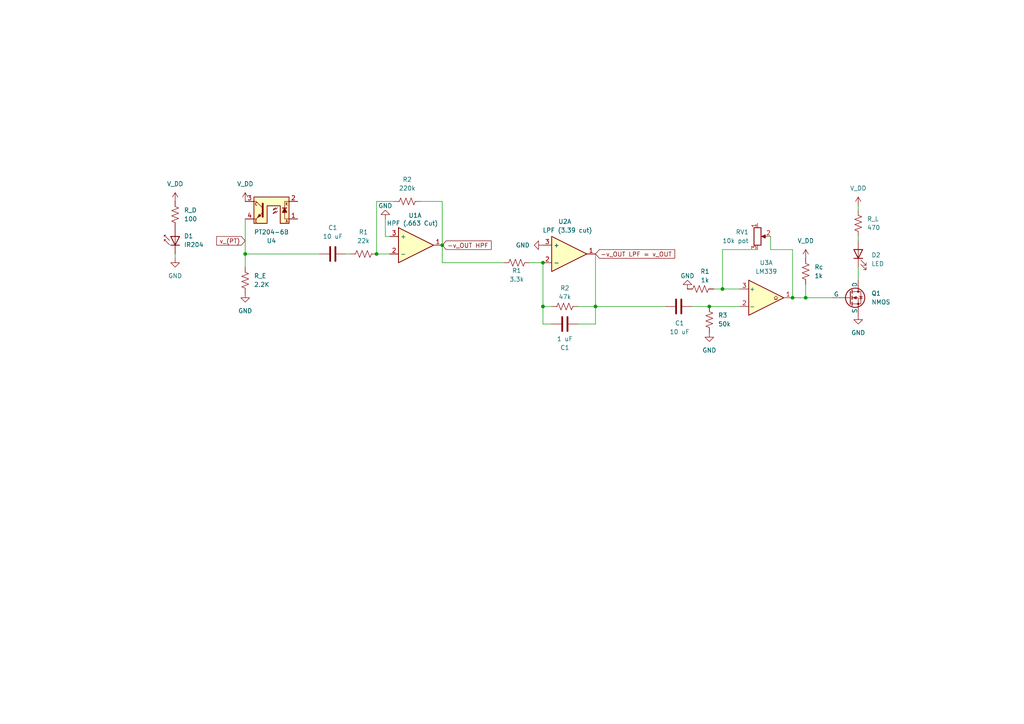
<source format=kicad_sch>
(kicad_sch (version 20231120) (generator "eeschema") (generator_version "8.0")
  (paper "A4")
  (lib_symbols
    (symbol "Comparator:LM393" (pin_names (offset 0.127))
      (property "Reference" "U" (at 3.81 3.81 0))
      (property "Value" "LM393" (at 6.35 -3.81 0))
      (symbol "LM393_1_1"
        (polyline (pts (xy -5.08 5.08) (xy 5.08 0) (xy -5.08 -5.08) (xy -5.08 5.08)) (stroke (width 0.254)) (fill (type background)))
        (polyline (pts (xy 3.302 -0.508) (xy 2.794 -0.508) (xy 3.302 0) (xy 2.794 0.508) (xy 2.286 0) (xy 2.794 -0.508) (xy 2.286 -0.508)) (stroke (width 0.127)))
        (pin open_collector line (at 7.62 0 180) (length 2.54) (name "~") (number "1"))
        (pin input line (at -7.62 -2.54 0) (length 2.54) (name "-") (number "2"))
        (pin input line (at -7.62 2.54 0) (length 2.54) (name "+") (number "3"))
      )
      (symbol "LM393_2_1"
        (polyline (pts (xy -5.08 5.08) (xy 5.08 0) (xy -5.08 -5.08) (xy -5.08 5.08)) (stroke (width 0.254)) (fill (type background)))
        (polyline (pts (xy 3.302 -0.508) (xy 2.794 -0.508) (xy 3.302 0) (xy 2.794 0.508) (xy 2.286 0) (xy 2.794 -0.508) (xy 2.286 -0.508)) (stroke (width 0.127)))
        (pin input line (at -7.62 2.54 0) (length 2.54) (name "+") (number "5"))
        (pin input line (at -7.62 -2.54 0) (length 2.54) (name "-") (number "6"))
        (pin open_collector line (at 7.62 0 180) (length 2.54) (name "~") (number "7"))
      )
      (symbol "LM393_3_1"
        (pin power_in line (at -2.54 -7.62 90) (length 3.81) (name "V-") (number "4"))
        (pin power_in line (at -2.54 7.62 270) (length 3.81) (name "V+") (number "8"))
      )
    )
    (symbol "Device:C" (pin_numbers hide) (pin_names (offset 0.254))
      (property "Reference" "C" (at 0.635 2.54 0))
      (property "Value" "C" (at 0.635 -2.54 0))
      (symbol "C_0_1"
        (polyline (pts (xy -2.032 -0.762) (xy 2.032 -0.762)) (stroke (width 0.508)))
        (polyline (pts (xy -2.032 0.762) (xy 2.032 0.762)) (stroke (width 0.508)))
      )
      (symbol "C_1_1"
        (pin passive line (at 0 3.81 270) (length 2.794) (name "~") (number "1"))
        (pin passive line (at 0 -3.81 90) (length 2.794) (name "~") (number "2"))
      )
    )
    (symbol "Device:LED" (pin_numbers hide) (pin_names (offset 1.016) hide)
      (property "Reference" "D" (at 0 2.54 0))
      (property "Value" "LED" (at 0 -2.54 0))
      (symbol "LED_0_1"
        (polyline (pts (xy -1.27 -1.27) (xy -1.27 1.27)) (stroke (width 0.254)))
        (polyline (pts (xy -1.27 0) (xy 1.27 0)))
        (polyline (pts (xy 1.27 -1.27) (xy 1.27 1.27) (xy -1.27 0) (xy 1.27 -1.27)) (stroke (width 0.254)))
        (polyline (pts (xy -3.048 -0.762) (xy -4.572 -2.286) (xy -3.81 -2.286) (xy -4.572 -2.286) (xy -4.572 -1.524)))
        (polyline (pts (xy -1.778 -0.762) (xy -3.302 -2.286) (xy -2.54 -2.286) (xy -3.302 -2.286) (xy -3.302 -1.524)))
      )
      (symbol "LED_1_1"
        (pin passive line (at -3.81 0 0) (length 2.54) (name "K") (number "1"))
        (pin passive line (at 3.81 0 180) (length 2.54) (name "A") (number "2"))
      )
    )
    (symbol "Device:Opamp_Dual"
      (property "Reference" "U" (at 0 5.08 0))
      (property "Value" "Opamp_Dual" (at 0 -5.08 0))
      (symbol "Opamp_Dual_1_1"
        (polyline (pts (xy -5.08 5.08) (xy 5.08 0) (xy -5.08 -5.08) (xy -5.08 5.08)) (stroke (width 0.254)) (fill (type background)))
        (pin output line (at 7.62 0 180) (length 2.54) (name "~") (number "1"))
        (pin input line (at -7.62 -2.54 0) (length 2.54) (name "-") (number "2"))
        (pin input line (at -7.62 2.54 0) (length 2.54) (name "+") (number "3"))
      )
      (symbol "Opamp_Dual_2_1"
        (polyline (pts (xy -5.08 5.08) (xy 5.08 0) (xy -5.08 -5.08) (xy -5.08 5.08)) (stroke (width 0.254)) (fill (type background)))
        (pin input line (at -7.62 2.54 0) (length 2.54) (name "+") (number "5"))
        (pin input line (at -7.62 -2.54 0) (length 2.54) (name "-") (number "6"))
        (pin output line (at 7.62 0 180) (length 2.54) (name "~") (number "7"))
      )
      (symbol "Opamp_Dual_3_1"
        (pin power_in line (at -2.54 -7.62 90) (length 3.81) (name "V-") (number "4"))
        (pin power_in line (at -2.54 7.62 270) (length 3.81) (name "V+") (number "8"))
      )
    )
    (symbol "Device:R_Potentiometer" (pin_names (offset 1.016) hide)
      (property "Reference" "RV" (at -4.445 0 90))
      (property "Value" "R_Potentiometer" (at -2.54 0 90))
      (symbol "R_Potentiometer_0_1"
        (polyline (pts (xy 2.54 0) (xy 1.524 0)))
        (polyline (pts (xy 1.143 0) (xy 2.286 0.508) (xy 2.286 -0.508) (xy 1.143 0)) (fill (type outline)))
        (rectangle (start 1.016 2.54) (end -1.016 -2.54) (stroke (width 0.254)))
      )
      (symbol "R_Potentiometer_1_1"
        (pin passive line (at 0 3.81 270) (length 1.27) (name "1") (number "1"))
        (pin passive line (at 3.81 0 180) (length 1.27) (name "2") (number "2"))
        (pin passive line (at 0 -3.81 90) (length 1.27) (name "3") (number "3"))
      )
    )
    (symbol "Device:R_US" (pin_numbers hide) (pin_names (offset 0))
      (property "Reference" "R" (at 2.54 0 90))
      (property "Value" "R_US" (at -2.54 0 90))
      (symbol "R_US_0_1"
        (polyline (pts (xy 0 -2.286) (xy 0 -2.54)))
        (polyline (pts (xy 0 2.286) (xy 0 2.54)))
        (polyline (pts (xy 0 -0.762) (xy 1.016 -1.143) (xy 0 -1.524) (xy -1.016 -1.905) (xy 0 -2.286)))
        (polyline (pts (xy 0 0.762) (xy 1.016 0.381) (xy 0 0) (xy -1.016 -0.381) (xy 0 -0.762)))
        (polyline (pts (xy 0 2.286) (xy 1.016 1.905) (xy 0 1.524) (xy -1.016 1.143) (xy 0 0.762)))
      )
      (symbol "R_US_1_1"
        (pin passive line (at 0 3.81 270) (length 1.27) (name "~") (number "1"))
        (pin passive line (at 0 -3.81 90) (length 1.27) (name "~") (number "2"))
      )
    )
    (symbol "LED:IR204A" (pin_numbers hide) (pin_names (offset 1.016) hide)
      (property "Reference" "D" (at 0.508 1.778 0))
      (property "Value" "IR204A" (at -1.016 -2.794 0))
      (symbol "IR204A_0_1"
        (polyline (pts (xy -2.54 1.27) (xy -2.54 -1.27)) (stroke (width 0.254)))
        (polyline (pts (xy 0 0) (xy -2.54 0)))
        (polyline (pts (xy 0.381 3.175) (xy -0.127 3.175)))
        (polyline (pts (xy -1.143 1.651) (xy 0.381 3.175) (xy 0.381 2.667)))
        (polyline (pts (xy 0 1.27) (xy -2.54 0) (xy 0 -1.27) (xy 0 1.27)) (stroke (width 0.254)))
        (polyline (pts (xy -2.413 1.651) (xy -0.889 3.175) (xy -0.889 2.667) (xy -0.889 3.175) (xy -1.397 3.175)))
      )
      (symbol "IR204A_1_1"
        (pin passive line (at -5.08 0 0) (length 2.54) (name "K") (number "1"))
        (pin passive line (at 2.54 0 180) (length 2.54) (name "A") (number "2"))
      )
    )
    (symbol "Sensor_Proximity:ITR9608-F"
      (property "Reference" "U" (at -5.08 5.08 0))
      (property "Value" "ITR9608-F" (at 0 -5.08 0))
      (symbol "ITR9608-F_0_0"
        (text "A" (at -4.445 3.175 0) (effects (font (size 0.762 0.762))))
        (text "C" (at 4.445 -1.778 0) (effects (font (size 0.762 0.762))))
        (text "E" (at 4.445 3.175 0) (effects (font (size 0.762 0.762))))
        (text "K" (at -4.445 -1.778 0) (effects (font (size 0.762 0.762))))
      )
      (symbol "ITR9608-F_0_1"
        (polyline (pts (xy -4.445 -0.635) (xy -3.175 -0.635)) (stroke (width 0.254)))
        (polyline (pts (xy 2.54 -0.635) (xy 4.445 -2.54)))
        (polyline (pts (xy 4.445 -2.54) (xy 5.08 -2.54)))
        (polyline (pts (xy 4.445 2.54) (xy 2.54 0.635)) (fill (type outline)))
        (polyline (pts (xy 4.445 2.54) (xy 5.08 2.54)))
        (polyline (pts (xy -5.08 -2.54) (xy -3.81 -2.54) (xy -3.81 -0.635)))
        (polyline (pts (xy -5.08 2.54) (xy -3.81 2.54) (xy -3.81 0.635)))
        (polyline (pts (xy 2.54 -1.905) (xy 2.54 1.905) (xy 2.54 1.905)) (stroke (width 0.508)))
        (polyline (pts (xy -3.81 -0.635) (xy -4.445 0.635) (xy -3.175 0.635) (xy -3.81 -0.635)) (stroke (width 0.254)) (fill (type outline)))
        (polyline (pts (xy -1.778 0.254) (xy -1.2446 0.762) (xy -1.2446 0.254) (xy -0.4826 1.016)))
        (polyline (pts (xy -0.4826 1.016) (xy -0.9906 0.762) (xy -0.7366 0.508) (xy -0.4826 1.016)))
        (polyline (pts (xy 3.048 1.651) (xy 3.556 1.143) (xy 4.064 2.159) (xy 3.048 1.651) (xy 3.048 1.651)) (fill (type outline)))
        (polyline (pts (xy -1.778 -0.762) (xy -1.2446 -0.254) (xy -1.2446 -0.762) (xy -0.4826 0) (xy -0.9906 -0.254) (xy -0.7366 -0.508) (xy -0.4826 0)))
        (polyline (pts (xy -5.08 3.81) (xy -5.08 -3.81) (xy 5.08 -3.81) (xy 5.08 3.81) (xy 1.27 3.81) (xy 1.27 -1.27) (xy -2.54 -1.27) (xy -2.54 3.81) (xy -5.08 3.81)) (stroke (width 0.254)) (fill (type background)))
      )
      (symbol "ITR9608-F_1_1"
        (pin passive line (at -7.62 2.54 0) (length 2.54) (name "~") (number "1"))
        (pin passive line (at -7.62 -2.54 0) (length 2.54) (name "~") (number "2"))
        (pin open_collector line (at 7.62 -2.54 180) (length 2.54) (name "~") (number "3"))
        (pin open_emitter line (at 7.62 2.54 180) (length 2.54) (name "~") (number "4"))
      )
    )
    (symbol "Simulation_SPICE:NMOS" (pin_numbers hide) (pin_names (offset 0))
      (property "Reference" "Q" (at 5.08 1.27 0))
      (property "Value" "NMOS" (at 5.08 -1.27 0))
      (symbol "NMOS_0_1"
        (polyline (pts (xy 0.254 0) (xy -2.54 0)))
        (polyline (pts (xy 0.254 1.905) (xy 0.254 -1.905)) (stroke (width 0.254)))
        (polyline (pts (xy 0.762 -1.27) (xy 0.762 -2.286)) (stroke (width 0.254)))
        (polyline (pts (xy 0.762 0.508) (xy 0.762 -0.508)) (stroke (width 0.254)))
        (polyline (pts (xy 0.762 2.286) (xy 0.762 1.27)) (stroke (width 0.254)))
        (polyline (pts (xy 2.54 2.54) (xy 2.54 1.778)))
        (polyline (pts (xy 2.54 -2.54) (xy 2.54 0) (xy 0.762 0)))
        (polyline (pts (xy 0.762 -1.778) (xy 3.302 -1.778) (xy 3.302 1.778) (xy 0.762 1.778)))
        (polyline (pts (xy 1.016 0) (xy 2.032 0.381) (xy 2.032 -0.381) (xy 1.016 0)) (fill (type outline)))
        (polyline (pts (xy 2.794 0.508) (xy 2.921 0.381) (xy 3.683 0.381) (xy 3.81 0.254)))
        (polyline (pts (xy 3.302 0.381) (xy 2.921 -0.254) (xy 3.683 -0.254) (xy 3.302 0.381)))
        (circle (center 1.651 0) (radius 2.794) (stroke (width 0.254)))
        (circle (center 2.54 -1.778) (radius 0.254) (fill (type outline)))
        (circle (center 2.54 1.778) (radius 0.254) (fill (type outline)))
      )
      (symbol "NMOS_1_1"
        (pin passive line (at 2.54 5.08 270) (length 2.54) (name "D") (number "1"))
        (pin input line (at -5.08 0 0) (length 2.54) (name "G") (number "2"))
        (pin passive line (at 2.54 -5.08 90) (length 2.54) (name "S") (number "3"))
      )
    )
    (symbol "power:GND" (power) (pin_numbers hide) (pin_names (offset 0) hide)
      (property "Value" "GND" (at 0 -3.81 0))
      (symbol "GND_0_1"
        (polyline (pts (xy 0 0) (xy 0 -1.27) (xy 1.27 -1.27) (xy 0 -2.54) (xy -1.27 -1.27) (xy 0 -1.27)))
      )
      (symbol "GND_1_1"
        (pin power_in line (at 0 0 270) (length 0) (name "~") (number "1"))
      )
    )
    (symbol "power:GND1" (power) (pin_numbers hide) (pin_names (offset 0) hide)
      (property "Value" "GND1" (at 0 -3.81 0))
      (symbol "GND1_0_1"
        (polyline (pts (xy 0 0) (xy 0 -1.27) (xy 1.27 -1.27) (xy 0 -2.54) (xy -1.27 -1.27) (xy 0 -1.27)))
      )
      (symbol "GND1_1_1"
        (pin power_in line (at 0 0 270) (length 0) (name "~") (number "1"))
      )
    )
    (symbol "power:VAA" (power) (pin_numbers hide) (pin_names (offset 0) hide)
      (property "Value" "VAA" (at 0 3.556 0))
      (symbol "VAA_0_1"
        (polyline (pts (xy -0.762 1.27) (xy 0 2.54)))
        (polyline (pts (xy 0 0) (xy 0 2.54)))
        (polyline (pts (xy 0 2.54) (xy 0.762 1.27)))
      )
      (symbol "VAA_1_1"
        (pin power_in line (at 0 0 90) (length 0) (name "~") (number "1"))
      )
    )
    (symbol "power:VCCQ" (power) (pin_numbers hide) (pin_names (offset 0) hide)
      (property "Value" "VCCQ" (at 0 3.556 0))
      (symbol "VCCQ_0_1"
        (polyline (pts (xy -0.762 1.27) (xy 0 2.54)))
        (polyline (pts (xy 0 0) (xy 0 2.54)))
        (polyline (pts (xy 0 2.54) (xy 0.762 1.27)))
      )
      (symbol "VCCQ_1_1"
        (pin power_in line (at 0 0 90) (length 0) (name "~") (number "1"))
      )
    )
  )
  (junction (at 229.87 86.36))
  (junction (at 157.48 88.9))
  (junction (at 157.48 76.2))
  (junction (at 205.74 88.9))
  (junction (at 233.68 86.36))
  (junction (at 128.27 71.12))
  (junction (at 109.22 73.66))
  (junction (at 71.12 73.66))
  (junction (at 172.72 88.9))
  (junction (at 209.55 83.82))
  (wire (pts (xy 71.12 63.5) (xy 71.12 73.66)))
  (wire (pts (xy 157.48 93.98) (xy 157.48 88.9)))
  (wire (pts (xy 172.72 73.66) (xy 172.72 88.9)))
  (wire (pts (xy 209.55 72.39) (xy 219.71 72.39)))
  (wire (pts (xy 121.92 58.42) (xy 128.27 58.42)))
  (wire (pts (xy 233.68 86.36) (xy 229.87 86.36)))
  (wire (pts (xy 71.12 73.66) (xy 71.12 77.47)))
  (wire (pts (xy 109.22 73.66) (xy 113.03 73.66)))
  (wire (pts (xy 207.01 83.82) (xy 209.55 83.82)))
  (wire (pts (xy 233.68 86.36) (xy 241.3 86.36)))
  (wire (pts (xy 111.76 63.5) (xy 111.76 68.58)))
  (wire (pts (xy 172.72 88.9) (xy 193.04 88.9)))
  (wire (pts (xy 248.92 68.58) (xy 248.92 69.85)))
  (wire (pts (xy 200.66 88.9) (xy 205.74 88.9)))
  (wire (pts (xy 157.48 88.9) (xy 160.02 88.9)))
  (wire (pts (xy 209.55 72.39) (xy 209.55 83.82)))
  (wire (pts (xy 233.68 82.55) (xy 233.68 86.36)))
  (wire (pts (xy 205.74 88.9) (xy 214.63 88.9)))
  (wire (pts (xy 248.92 77.47) (xy 248.92 81.28)))
  (wire (pts (xy 157.48 76.2) (xy 157.48 88.9)))
  (wire (pts (xy 172.72 93.98) (xy 167.64 93.98)))
  (wire (pts (xy 167.64 88.9) (xy 172.72 88.9)))
  (wire (pts (xy 128.27 76.2) (xy 146.05 76.2)))
  (wire (pts (xy 128.27 58.42) (xy 128.27 71.12)))
  (wire (pts (xy 223.52 72.39) (xy 229.87 72.39)))
  (wire (pts (xy 100.33 73.66) (xy 101.6 73.66)))
  (wire (pts (xy 223.52 68.58) (xy 223.52 72.39)))
  (wire (pts (xy 172.72 88.9) (xy 172.72 93.98)))
  (wire (pts (xy 248.92 59.69) (xy 248.92 60.96)))
  (wire (pts (xy 71.12 73.66) (xy 92.71 73.66)))
  (wire (pts (xy 114.3 58.42) (xy 109.22 58.42)))
  (wire (pts (xy 209.55 83.82) (xy 214.63 83.82)))
  (wire (pts (xy 109.22 58.42) (xy 109.22 73.66)))
  (wire (pts (xy 111.76 68.58) (xy 113.03 68.58)))
  (wire (pts (xy 160.02 93.98) (xy 157.48 93.98)))
  (wire (pts (xy 50.8 73.66) (xy 50.8 74.93)))
  (wire (pts (xy 229.87 72.39) (xy 229.87 86.36)))
  (wire (pts (xy 153.67 76.2) (xy 157.48 76.2)))
  (wire (pts (xy 128.27 71.12) (xy 128.27 76.2)))
  (global_label "v_(PT)" (shape input) (at 71.12 69.85 180) (property "Intersheetrefs" "${INTERSHEET_REFS}" (effects (hide yes))))
  (global_label "-v_OUT LPF = v_OUT" (shape input) (at 172.72 73.66 0) (property "Intersheetrefs" "${INTERSHEET_REFS}" (effects (hide yes))))
  (global_label "-v_OUT HPF" (shape input) (at 128.27 71.12 0) (property "Intersheetrefs" "${INTERSHEET_REFS}" (effects (hide yes))))
  (symbol (lib_id "Device:R_US") (at 71.12 81.28 180) (unit 1)
    (property "Reference" "R_E" (at 73.66 80.0099 0) (effects (justify right)))
    (property "Value" "2.2K" (at 73.66 82.5499 0) (effects (justify right)))
    (property "Description" "Resistor, US symbol" (effects (hide yes)))
  )
  (symbol (lib_id "Device:R_US") (at 205.74 92.71 180) (unit 1)
    (property "Reference" "R3" (at 208.28 91.4399 0) (effects (justify right)))
    (property "Value" "50k" (at 208.28 93.9799 0) (effects (justify right)))
    (property "Description" "Resistor, US symbol" (effects (hide yes)))
  )
  (symbol (lib_id "Device:C") (at 163.83 93.98 270) (unit 1)
    (property "Reference" "C1" (at 163.83 100.838 90))
    (property "Value" "1 uF" (at 163.83 98.298 90))
    (property "Description" "Unpolarized capacitor" (effects (hide yes)))
  )
  (symbol (lib_id "Device:R_US") (at 163.83 88.9 90) (unit 1)
    (property "Reference" "R2" (at 163.83 83.566 90))
    (property "Value" "47k" (at 163.83 86.106 90))
    (property "Description" "Resistor, US symbol" (effects (hide yes)))
  )
  (symbol (lib_id "Device:R_US") (at 105.41 73.66 90) (unit 1)
    (property "Reference" "R1" (at 105.41 67.31 90))
    (property "Value" "22k" (at 105.41 69.85 90))
    (property "Description" "Resistor, US symbol" (effects (hide yes)))
  )
  (symbol (lib_id "power:GND") (at 111.76 63.5 180) (unit 1)
    (property "Reference" "#PWR01" (effects (hide yes)))
    (property "Value" "GND" (at 111.76 59.69 0))
    (property "Description" "Power symbol creates a global label with name \"GND\" , ground" (effects (hide yes)))
  )
  (symbol (lib_id "power:GND") (at 205.74 96.52 0) (unit 1)
    (property "Reference" "#PWR03" (effects (hide yes)))
    (property "Value" "GND" (at 205.74 101.6 0))
    (property "Description" "Power symbol creates a global label with name \"GND\" , ground" (effects (hide yes)))
  )
  (symbol (lib_id "Device:C") (at 96.52 73.66 90) (unit 1)
    (property "Reference" "C1" (at 96.52 66.04 90))
    (property "Value" "10 uF" (at 96.52 68.58 90))
    (property "Description" "Unpolarized capacitor" (effects (hide yes)))
  )
  (symbol (lib_id "power:GND1") (at 71.12 85.09 0) (unit 1)
    (property "Reference" "#PWR08" (effects (hide yes)))
    (property "Value" "GND" (at 71.12 90.17 0))
    (property "Description" "Power symbol creates a global label with name \"GND1\" , ground" (effects (hide yes)))
  )
  (symbol (lib_id "Device:Opamp_Dual") (at 120.65 71.12 0) (unit 1)
    (property "Reference" "U1" (at 120.396 62.484 0))
    (property "Value" "HPF (.663 Cut)" (at 119.634 64.77 0))
    (property "Description" "Dual operational amplifier" (effects (hide yes)))
    (property "Sim.Library" "${KICAD7_SYMBOL_DIR}/Simulation_SPICE.sp" (effects (hide yes)))
    (property "Sim.Name" "kicad_builtin_opamp_dual" (effects (hide yes)))
    (property "Sim.Device" "SUBCKT" (effects (hide yes)))
    (property "Sim.Pins" "1=out1 2=in1- 3=in1+ 4=vee 5=in2+ 6=in2- 7=out2 8=vcc" (effects (hide yes)))
  )
  (symbol (lib_id "Device:Opamp_Dual") (at 165.1 73.66 0) (unit 1)
    (property "Reference" "U2" (at 163.83 64.262 0))
    (property "Value" "LPF (3.39 cut)" (at 164.592 66.802 0))
    (property "Description" "Dual operational amplifier" (effects (hide yes)))
    (property "Sim.Library" "${KICAD7_SYMBOL_DIR}/Simulation_SPICE.sp" (effects (hide yes)))
    (property "Sim.Name" "kicad_builtin_opamp_dual" (effects (hide yes)))
    (property "Sim.Device" "SUBCKT" (effects (hide yes)))
    (property "Sim.Pins" "1=out1 2=in1- 3=in1+ 4=vee 5=in2+ 6=in2- 7=out2 8=vcc" (effects (hide yes)))
  )
  (symbol (lib_id "Device:R_US") (at 149.86 76.2 270) (unit 1)
    (property "Reference" "R1" (at 149.86 78.486 90))
    (property "Value" "3.3k" (at 149.86 81.026 90))
    (property "Description" "Resistor, US symbol" (effects (hide yes)))
  )
  (symbol (lib_id "LED:IR204A") (at 50.8 68.58 90) (unit 1)
    (property "Reference" "D1" (at 53.34 68.4529 90) (effects (justify right)))
    (property "Value" "IR204" (at 53.34 70.9929 90) (effects (justify right)))
    (property "Footprint" "LED_THT:LED_D3.0mm_IRBlack" (effects (hide yes)))
    (property "Datasheet" "http://www.everlight.com/file/ProductFile/IR204-A.pdf" (effects (hide yes)))
    (property "Description" "Infrared LED , 3mm LED package" (effects (hide yes)))
  )
  (symbol (lib_id "power:GND1") (at 50.8 74.93 0) (unit 1)
    (property "Reference" "#PWR010" (effects (hide yes)))
    (property "Value" "GND" (at 50.8 80.01 0))
    (property "Description" "Power symbol creates a global label with name \"GND1\" , ground" (effects (hide yes)))
  )
  (symbol (lib_id "Simulation_SPICE:NMOS") (at 246.38 86.36 0) (unit 1)
    (property "Reference" "Q1" (at 252.73 85.0899 0) (effects (justify left)))
    (property "Value" "NMOS" (at 252.73 87.6299 0) (effects (justify left)))
    (property "Datasheet" "https://ngspice.sourceforge.io/docs/ngspice-html-manual/manual.xhtml#cha_MOSFETs" (effects (hide yes)))
    (property "Description" "N-MOSFET transistor, drain/source/gate" (effects (hide yes)))
    (property "Sim.Device" "NMOS" (effects (hide yes)))
    (property "Sim.Type" "VDMOS" (effects (hide yes)))
    (property "Sim.Pins" "1=D 2=G 3=S" (effects (hide yes)))
  )
  (symbol (lib_id "Device:R_US") (at 50.8 62.23 180) (unit 1)
    (property "Reference" "R_D" (at 53.34 60.9599 0) (effects (justify right)))
    (property "Value" "100" (at 53.34 63.4999 0) (effects (justify right)))
    (property "Description" "Resistor, US symbol" (effects (hide yes)))
  )
  (symbol (lib_id "power:GND") (at 248.92 91.44 0) (unit 1)
    (property "Reference" "#PWR011" (effects (hide yes)))
    (property "Value" "GND" (at 248.92 96.52 0))
    (property "Description" "Power symbol creates a global label with name \"GND\" , ground" (effects (hide yes)))
  )
  (symbol (lib_id "power:VAA") (at 233.68 74.93 0) (unit 1)
    (property "Reference" "#PWR05" (effects (hide yes)))
    (property "Value" "V_DD" (at 233.68 69.85 0))
    (property "Description" "Power symbol creates a global label with name \"VAA\"" (effects (hide yes)))
  )
  (symbol (lib_id "power:VCCQ") (at 71.12 58.42 0) (unit 1)
    (property "Reference" "#PWR09" (effects (hide yes)))
    (property "Value" "V_DD" (at 71.12 53.34 0))
    (property "Description" "Power symbol creates a global label with name \"VCCQ\"" (effects (hide yes)))
  )
  (symbol (lib_id "Device:R_US") (at 248.92 64.77 180) (unit 1)
    (property "Reference" "R_L" (at 251.46 63.4999 0) (effects (justify right)))
    (property "Value" "470" (at 251.46 66.0399 0) (effects (justify right)))
    (property "Description" "Resistor, US symbol" (effects (hide yes)))
  )
  (symbol (lib_id "power:GND") (at 157.48 71.12 270) (unit 1)
    (property "Reference" "#PWR02" (effects (hide yes)))
    (property "Value" "GND" (at 153.67 71.1199 90) (effects (justify right)))
    (property "Description" "Power symbol creates a global label with name \"GND\" , ground" (effects (hide yes)))
  )
  (symbol (lib_id "power:VAA") (at 248.92 59.69 0) (unit 1)
    (property "Reference" "#PWR07" (effects (hide yes)))
    (property "Value" "V_DD" (at 248.92 54.61 0))
    (property "Description" "Power symbol creates a global label with name \"VAA\"" (effects (hide yes)))
  )
  (symbol (lib_id "power:GND") (at 199.39 83.82 180) (unit 1)
    (property "Reference" "#PWR04" (effects (hide yes)))
    (property "Value" "GND" (at 199.39 80.01 0))
    (property "Description" "Power symbol creates a global label with name \"GND\" , ground" (effects (hide yes)))
  )
  (symbol (lib_id "Device:C") (at 196.85 88.9 90) (unit 1)
    (property "Reference" "C1" (at 197.104 93.726 90))
    (property "Value" "10 uF" (at 197.104 96.266 90))
    (property "Description" "Unpolarized capacitor" (effects (hide yes)))
  )
  (symbol (lib_id "Device:R_US") (at 203.2 83.82 90) (unit 1)
    (property "Reference" "R1" (at 204.47 78.74 90))
    (property "Value" "1k" (at 204.47 81.28 90))
    (property "Description" "Resistor, US symbol" (effects (hide yes)))
  )
  (symbol (lib_id "Comparator:LM393") (at 222.25 86.36 0) (unit 1)
    (property "Reference" "U3" (at 222.25 76.2 0))
    (property "Value" "LM339" (at 222.25 78.74 0))
    (property "Datasheet" "http://www.ti.com/lit/ds/symlink/lm393.pdf" (effects (hide yes)))
    (property "Description" "Low-Power, Low-Offset Voltage, Dual Comparators, DIP-8/SOIC-8/TO-99-8" (effects (hide yes)))
  )
  (symbol (lib_id "Device:LED") (at 248.92 73.66 90) (unit 1)
    (property "Reference" "D2" (at 252.73 73.9774 90) (effects (justify right)))
    (property "Value" "LED" (at 252.73 76.5174 90) (effects (justify right)))
    (property "Description" "Light emitting diode" (effects (hide yes)))
  )
  (symbol (lib_id "Device:R_US") (at 233.68 78.74 180) (unit 1)
    (property "Reference" "Rc" (at 236.22 77.4699 0) (effects (justify right)))
    (property "Value" "1k" (at 236.22 80.0099 0) (effects (justify right)))
    (property "Description" "Resistor, US symbol" (effects (hide yes)))
  )
  (symbol (lib_id "power:VCCQ") (at 50.8 58.42 0) (unit 1)
    (property "Reference" "#PWR06" (effects (hide yes)))
    (property "Value" "V_DD" (at 50.8 53.34 0))
    (property "Description" "Power symbol creates a global label with name \"VCCQ\"" (effects (hide yes)))
  )
  (symbol (lib_id "Device:R_US") (at 118.11 58.42 90) (unit 1)
    (property "Reference" "R2" (at 118.11 52.07 90))
    (property "Value" "220k" (at 118.11 54.61 90))
    (property "Description" "Resistor, US symbol" (effects (hide yes)))
  )
  (symbol (lib_id "Sensor_Proximity:ITR9608-F") (at 78.74 60.96 180) (unit 1)
    (property "Reference" "U4" (at 78.74 69.85 0))
    (property "Value" "PT204-6B" (at 78.74 67.31 0))
    (property "Footprint" "OptoDevice:Everlight_ITR9608-F" (effects (hide yes)))
    (property "Datasheet" "https://www.everlighteurope.com/custom/files/datasheets/DRX-0000076.pdf" (effects (hide yes)))
    (property "Description" "Photointerrupter infrared LED with photo IC, -25 to +85 degree Celsius" (effects (hide yes)))
  )
  (symbol (lib_id "Device:R_Potentiometer") (at 219.71 68.58 0) (unit 1)
    (property "Reference" "RV1" (at 217.17 67.3099 0) (effects (justify right)))
    (property "Value" "10k pot" (at 217.17 69.8499 0) (effects (justify right)))
    (property "Description" "Potentiometer" (effects (hide yes)))
  )
)
</source>
